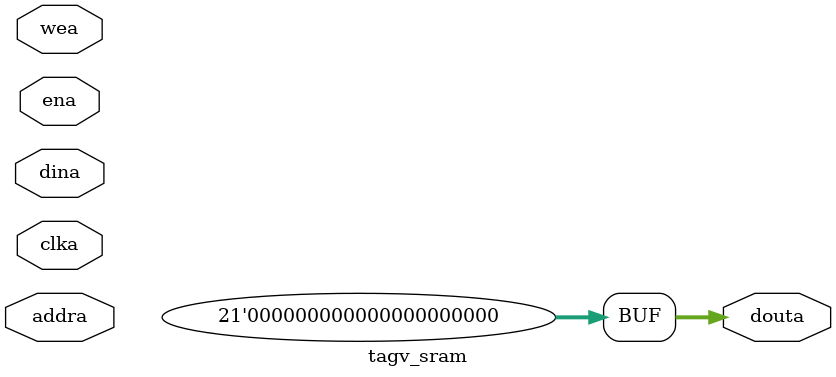
<source format=v>
`include "config.h"

module data_bank_sram (
    input  [ 7:0]          addra   ,
    input                  clka    ,
    input  [31:0]          dina    ,
    output [31:0]          douta   ,
    input                  ena     ,
    input  [ 3:0]          wea      
);
`ifdef USE_CACHE
    localparam V_STYLE = "block";
    localparam P_STYLE =    (V_STYLE == "ultra")        ? "uram" :
                            (V_STYLE == "distributed")  ? "select_ram" :
                            "block_ram";

    (*ram_style = V_STYLE*) reg [31:0] mem_reg [255:0]/*synthesis syn_ramstyle=P_STYLE*/;
    reg [31:0] output_buffer;

    always @(posedge clka) begin
        if (ena) begin
            if (wea) begin
                if (wea[0]) begin
                    mem_reg[addra][ 7: 0] <= dina[ 7: 0]; 
                end 

                if (wea[1]) begin
                    mem_reg[addra][15: 8] <= dina[15: 8];
                end

                if (wea[2]) begin
                    mem_reg[addra][23:16] <= dina[23:16];
                end

                if (wea[3]) begin
                    mem_reg[addra][31:24] <= dina[31:24];
                end
            end
            else begin
                output_buffer <= mem_reg[addra];
            end
        end
    end

    assign douta = output_buffer;
`else
    assign douta = 32'h0;
`endif

endmodule 

module tagv_sram ( 
    input  [ 7:0]          addra   ,
    input                  clka    ,
    input  [20:0]          dina    ,
    output [20:0]          douta   ,
    input                  ena     ,
    input                  wea 
);
`ifdef USE_CACHE
    localparam V_STYLE = "block";
    localparam P_STYLE =    (V_STYLE == "ultra")        ? "uram" :
                            (V_STYLE == "distributed")  ? "select_ram" :
                            "block_ram";

    (*ram_style = V_STYLE*) reg [20:0] mem_reg [255:0]/*synthesis syn_ramstyle=P_STYLE*/;
    reg [20:0] output_buffer;

    always @(posedge clka) begin
        if (ena) begin
            if (wea) begin
                mem_reg[addra] <= dina;
            end
            else begin
                output_buffer <= mem_reg[addra];
            end
        end
    end

    assign douta = output_buffer;
`else
    assign douta = 21'h0;
`endif

endmodule
</source>
